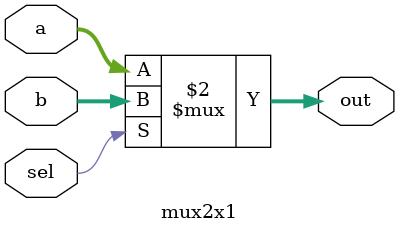
<source format=v>
module mux2x1(
    input wire [15:0] a,       // First input (16-bit)
    input wire [15:0] b,       // Second input (16-bit)
    input wire sel,            // Select signal (1-bit)
    output wire [15:0] out     // Output (16-bit)
);

assign out = (sel == 1'b0) ? a : b; // If sel is 0, select 'a'; if sel is 1, select 'b'

endmodule

</source>
